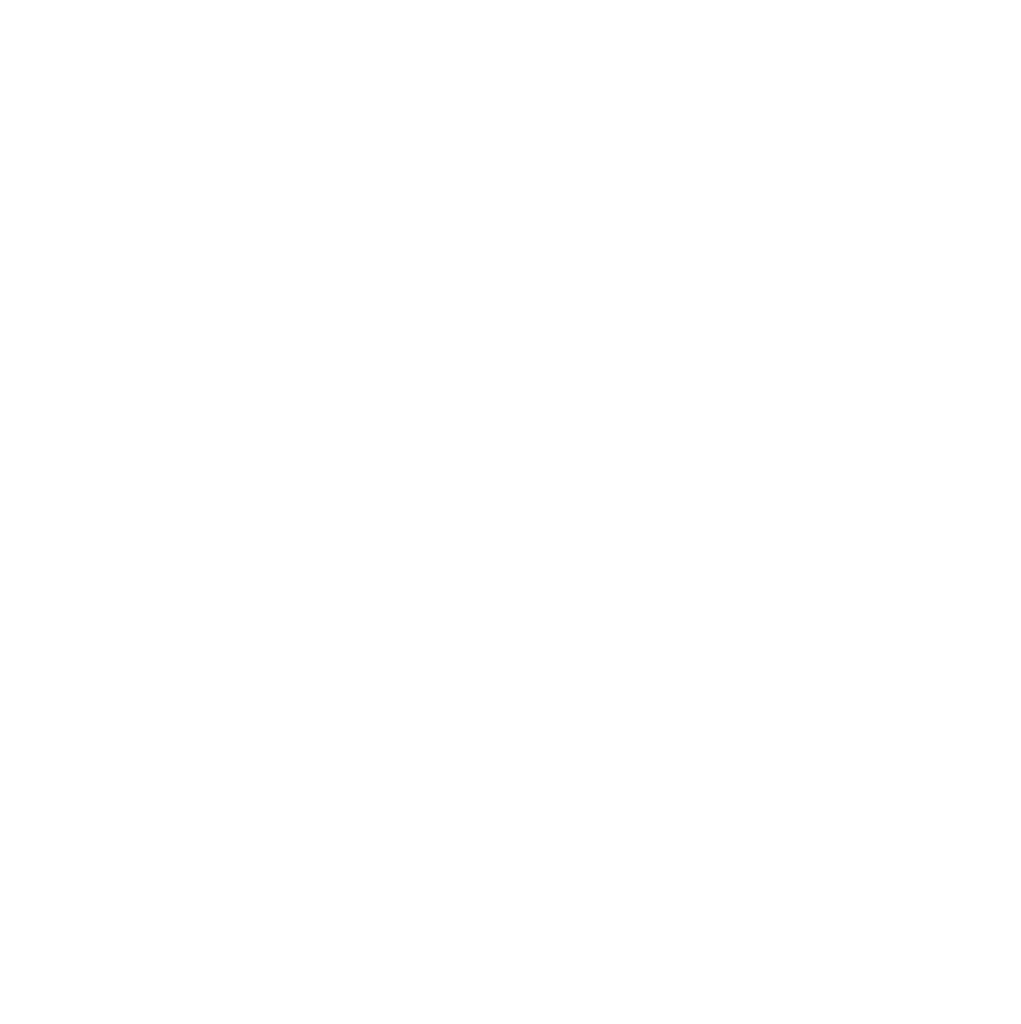
<source format=gbr>
G04 CAM350 V10.2.0 (Build 386) Date:  Sat Feb 01 15:25:50 2025 *
G04 Database: c:\users\comp1\desktop\ajinkya_\gerber data\round 115\round_pcb1.cam *
G04 Layer 49: Layer_49 *
%FSLAX24Y24*%
%MOIN*%
%SFA1.000B1.000*%

%MIA0B0*%
%IPPOS*%
%LNLayer_49*%
%LPD*%
G54D433*
X-14772Y8739D03*
X-13899Y8750D03*
X-14743Y7742D03*
X-13881Y7712D03*
X-14814Y8768D03*
X-13941Y8780D03*
X-14784Y7771D03*
X-13923Y7742D03*
X-8102Y9558D03*
X-7229Y9570D03*
X-8072Y8561D03*
X-7211Y8532D03*
X-8762Y14817D03*
X-7889Y14829D03*
X-8732Y13820D03*
X-7871Y13791D03*
X-446Y17005D03*
X427Y17017D03*
X-416Y16008D03*
X445Y15978D03*
X7859Y14817D03*
X8732Y14828D03*
X7889Y13820D03*
X8750Y13790D03*
X-392Y12315D03*
X481Y12327D03*
X-363Y11319D03*
X498Y11289D03*
X7143Y9552D03*
X8016Y9564D03*
X7172Y8555D03*
X8033Y8526D03*
X13867Y8747D03*
X14740Y8759D03*
X13896Y7750D03*
X14757Y7720D03*
X-501Y7626D03*
X372Y7638D03*
X-472Y6629D03*
X389Y6600D03*
X-6022Y4878D03*
X-5149Y4889D03*
X-5992Y3881D03*
X-5131Y3851D03*
X-12111Y2507D03*
X-11239Y2519D03*
X-12082Y1511D03*
X-11221Y1481D03*
X5480Y5211D03*
X6352Y5223D03*
X5509Y4215D03*
X6370Y4185D03*
X12209Y3389D03*
X13082Y3400D03*
X12239Y2392D03*
X13100Y2362D03*
X16108Y499D03*
X16981Y511D03*
X16137Y-498D03*
X16998Y-528D03*
X6518Y-2421D03*
X7391Y-2409D03*
X6547Y-3418D03*
X7408Y-3447D03*
X-7355Y-1100D03*
X-6482Y-1088D03*
X-7326Y-2097D03*
X-6465Y-2126D03*
X-16980Y439D03*
X-16107Y451D03*
X-16951Y-558D03*
X-16090Y-587D03*
X-3533Y-5848D03*
X-2660Y-5837D03*
X-3503Y-6845D03*
X-2642Y-6875D03*
X2654Y-5878D03*
X3527Y-5866D03*
X2684Y-6874D03*
X3545Y-6904D03*
X9809Y-5447D03*
X10682Y-5435D03*
X9839Y-6444D03*
X10700Y-6474D03*
X13808Y-7771D03*
X14681Y-7759D03*
X13837Y-8768D03*
X14698Y-8798D03*
X3716Y-10596D03*
X4589Y-10585D03*
X3745Y-11593D03*
X4606Y-11623D03*
X7797Y-13840D03*
X8670Y-13828D03*
X7827Y-14837D03*
X8688Y-14867D03*
X-472Y-16010D03*
X401Y-15998D03*
X-443Y-17007D03*
X419Y-17037D03*
X-4524Y-10678D03*
X-3651Y-10667D03*
X-4494Y-11675D03*
X-3633Y-11705D03*
X-8735Y-13816D03*
X-7862Y-13804D03*
X-8706Y-14813D03*
X-7844Y-14843D03*
X-14798Y-7776D03*
X-13926Y-7764D03*
X-14769Y-8773D03*
X-13908Y-8802D03*
X-10758Y-5452D03*
X-9885Y-5441D03*
X-10728Y-6449D03*
X-9867Y-6479D03*
M02*

</source>
